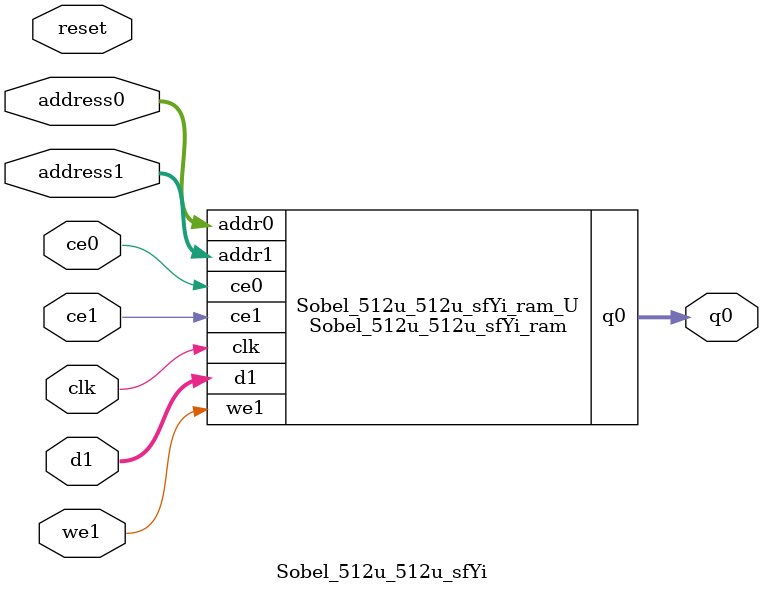
<source format=v>
`timescale 1 ns / 1 ps
module Sobel_512u_512u_sfYi_ram (addr0, ce0, q0, addr1, ce1, d1, we1,  clk);

parameter DWIDTH = 24;
parameter AWIDTH = 9;
parameter MEM_SIZE = 512;

input[AWIDTH-1:0] addr0;
input ce0;
output reg[DWIDTH-1:0] q0;
input[AWIDTH-1:0] addr1;
input ce1;
input[DWIDTH-1:0] d1;
input we1;
input clk;

(* ram_style = "block" *)reg [DWIDTH-1:0] ram[0:MEM_SIZE-1];




always @(posedge clk)  
begin 
    if (ce0) 
    begin
        q0 <= ram[addr0];
    end
end


always @(posedge clk)  
begin 
    if (ce1) 
    begin
        if (we1) 
        begin 
            ram[addr1] <= d1; 
        end 
    end
end


endmodule

`timescale 1 ns / 1 ps
module Sobel_512u_512u_sfYi(
    reset,
    clk,
    address0,
    ce0,
    q0,
    address1,
    ce1,
    we1,
    d1);

parameter DataWidth = 32'd24;
parameter AddressRange = 32'd512;
parameter AddressWidth = 32'd9;
input reset;
input clk;
input[AddressWidth - 1:0] address0;
input ce0;
output[DataWidth - 1:0] q0;
input[AddressWidth - 1:0] address1;
input ce1;
input we1;
input[DataWidth - 1:0] d1;



Sobel_512u_512u_sfYi_ram Sobel_512u_512u_sfYi_ram_U(
    .clk( clk ),
    .addr0( address0 ),
    .ce0( ce0 ),
    .q0( q0 ),
    .addr1( address1 ),
    .ce1( ce1 ),
    .we1( we1 ),
    .d1( d1 ));

endmodule


</source>
